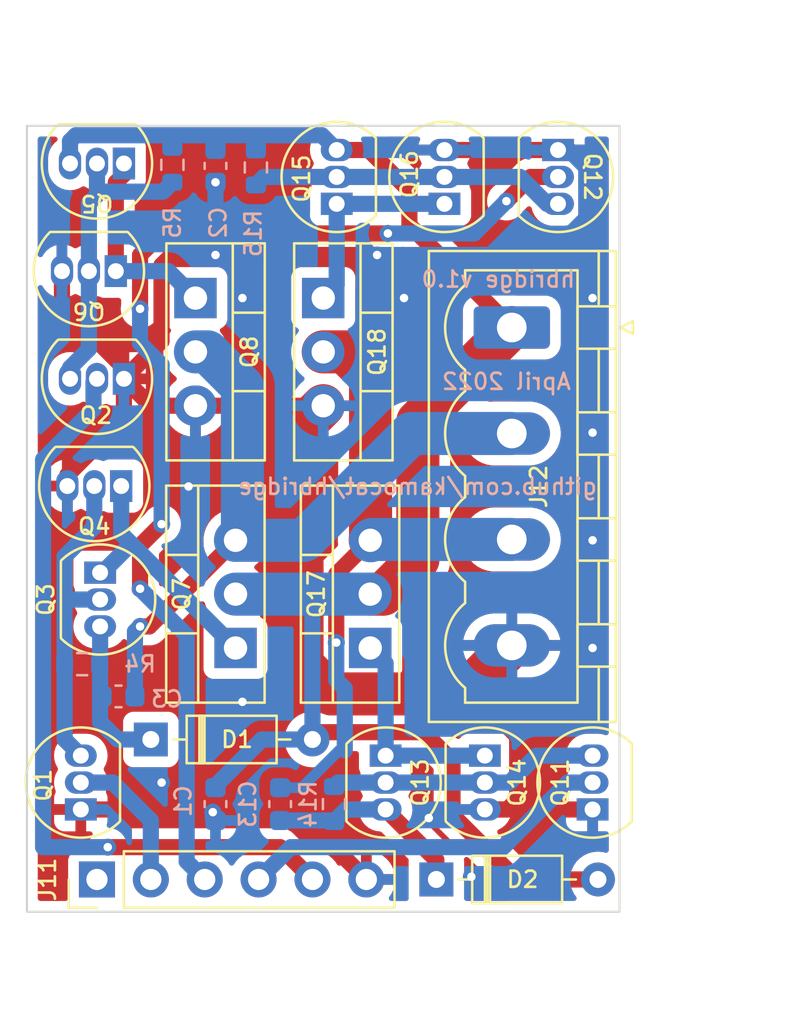
<source format=kicad_pcb>
(kicad_pcb (version 20211014) (generator pcbnew)
  (layers (0 "F.Cu" signal) (31 "B.Cu" signal) (34 "B.Paste" user) (35 "F.Paste" user) (36 "B.SilkS" user "B.Silkscreen") (37 "F.SilkS" user "F.Silkscreen") (38 "B.Mask" user) (39 "F.Mask" user) (44 "Edge.Cuts" user))
  (net 0 "")
  (net 1 "+12V")
  (net 2 "GND")
  (net 3 "/OUT1")
  (net 4 "+5V")
  (net 5 "/OUT2")
  (net 6 "/H1")
  (net 7 "Net-(Q2-Pad3)")
  (net 8 "/L2")
  (net 9 "/H2")
  (net 10 "/L1")
  (net 11 "Net-(Q1-Pad3)")
  (net 12 "Net-(Q11-Pad3)")
  (net 13 "Net-(Q12-Pad3)")
  (net 14 "/boot1")
  (net 15 "/boot2")
  (net 16 "/drvH1")
  (net 17 "/drvL1")
  (net 18 "/drvH2")
  (net 19 "/drvL2")
  (footprint "Package_TO_SOT_THT:TO-220-3_Vertical" (layer "F.Cu") (at 115.245 80.01 90)
    (fp_text reference "Q7" (at 2.54 -2.54 90 unlocked) (layer "F.SilkS") (effects (font (size 0.762 0.762) (thickness 0.127))))
    (fp_text value "STP20NF06" hide)
    (fp_line (start -2.58 -1.76) (end 7.66 -1.76) (layer "F.SilkS") (width 0.12))
    (fp_line (start -2.58 -3.27) (end 7.66 -3.27) (layer "F.SilkS") (width 0.12))
    (fp_line (start -2.58 -3.27) (end -2.58 1.371) (layer "F.SilkS") (width 0.12))
    (fp_line (start -2.58 1.371) (end 7.66 1.371) (layer "F.SilkS") (width 0.12))
    (fp_line (start 7.66 -3.27) (end 7.66 1.371) (layer "F.SilkS") (width 0.12))
    (fp_line (start 0.69 -3.27) (end 0.69 -1.76) (layer "F.SilkS") (width 0.12))
    (fp_line (start 4.391 -3.27) (end 4.391 -1.76) (layer "F.SilkS") (width 0.12))
    (pad "1" thru_hole rect (at 0 0 90) (size 1.905 2) (drill 1.1) (layers *.Cu *.Mask) (net 16 "/drvH1"))
    (pad "2" thru_hole oval (at 2.54 0 90) (size 1.905 2) (drill 1.1) (layers *.Cu *.Mask) (net 1 "+12V"))
    (pad "3" thru_hole oval (at 5.08 0 90) (size 1.905 2) (drill 1.1) (layers *.Cu *.Mask) (net 3 "/OUT1"))
  )
  (footprint "Package_TO_SOT_THT:TO-92_Inline" (layer "F.Cu") (at 130.45 56.515 -90)
    (fp_text reference "Q12" (at 1.27 -1.63 -90 unlocked) (layer "F.SilkS") (effects (font (size 0.762 0.762) (thickness 0.127))))
    (fp_text value "2N7000")
    (fp_line (start -0.53 1.85) (end 3.07 1.85) (layer "F.SilkS") (width 0.12))
    (fp_arc (start -0.568478 1.838478) (mid -1.132087 -0.994977) (end 1.27 -2.6) (layer "F.SilkS") (width 0.12))
    (fp_arc (start 1.27 -2.6) (mid 3.672087 -0.994977) (end 3.108478 1.838478) (layer "F.SilkS") (width 0.12))
    (pad "1" thru_hole rect (at 0 0 270) (size 1.05 1.5) (drill 0.75) (layers *.Cu *.Mask) (net 2 "GND"))
    (pad "2" thru_hole oval (at 1.27 0 270) (size 1.05 1.5) (drill 0.75) (layers *.Cu *.Mask) (net 8 "/L2"))
    (pad "3" thru_hole oval (at 2.54 0 270) (size 1.05 1.5) (drill 0.75) (layers *.Cu *.Mask) (net 13 "Net-(Q12-Pad3)"))
  )
  (footprint "Package_TO_SOT_THT:TO-220-3_Vertical" (layer "F.Cu") (at 121.595 80.01 90)
    (fp_text reference "Q17" (at 2.54 -2.54 90 unlocked) (layer "F.SilkS") (effects (font (size 0.762 0.762) (thickness 0.127))))
    (fp_text value "STP20NF06")
    (fp_line (start -2.58 -3.27) (end 7.66 -3.27) (layer "F.SilkS") (width 0.12))
    (fp_line (start 4.391 -3.27) (end 4.391 -1.76) (layer "F.SilkS") (width 0.12))
    (fp_line (start 0.69 -3.27) (end 0.69 -1.76) (layer "F.SilkS") (width 0.12))
    (fp_line (start 7.66 -3.27) (end 7.66 1.371) (layer "F.SilkS") (width 0.12))
    (fp_line (start -2.58 1.371) (end 7.66 1.371) (layer "F.SilkS") (width 0.12))
    (fp_line (start -2.58 -3.27) (end -2.58 1.371) (layer "F.SilkS") (width 0.12))
    (fp_line (start -2.58 -1.76) (end 7.66 -1.76) (layer "F.SilkS") (width 0.12))
    (pad "1" thru_hole rect (at 0 0 90) (size 1.905 2) (drill 1.1) (layers *.Cu *.Mask) (net 18 "/drvH2"))
    (pad "2" thru_hole oval (at 2.54 0 90) (size 1.905 2) (drill 1.1) (layers *.Cu *.Mask) (net 1 "+12V"))
    (pad "3" thru_hole oval (at 5.08 0 90) (size 1.905 2) (drill 1.1) (layers *.Cu *.Mask) (net 5 "/OUT2"))
  )
  (footprint "Package_TO_SOT_THT:TO-92_Inline" (layer "F.Cu") (at 127 85.09 -90)
    (fp_text reference "Q14" (at 1.27 -1.524 90 unlocked) (layer "F.SilkS") (effects (font (size 0.762 0.762) (thickness 0.127))))
    (fp_text value "2N3906")
    (fp_line (start -0.53 1.85) (end 3.07 1.85) (layer "F.SilkS") (width 0.12))
    (fp_arc (start 1.27 -2.6) (mid 3.672087 -0.994977) (end 3.108478 1.838478) (layer "F.SilkS") (width 0.12))
    (fp_arc (start -0.568478 1.838478) (mid -1.132087 -0.994977) (end 1.27 -2.6) (layer "F.SilkS") (width 0.12))
    (pad "1" thru_hole rect (at 0 0 270) (size 1.05 1.5) (drill 0.75) (layers *.Cu *.Mask) (net 18 "/drvH2"))
    (pad "2" thru_hole oval (at 1.27 0 270) (size 1.05 1.5) (drill 0.75) (layers *.Cu *.Mask) (net 12 "Net-(Q11-Pad3)"))
    (pad "3" thru_hole oval (at 2.54 0 270) (size 1.05 1.5) (drill 0.75) (layers *.Cu *.Mask) (net 2 "GND"))
  )
  (footprint "Package_TO_SOT_THT:TO-92_Inline" (layer "F.Cu") (at 125.095 59.055 90)
    (fp_text reference "Q16" (at 1.397 -1.651 90 unlocked) (layer "F.SilkS") (effects (font (size 0.762 0.762) (thickness 0.127))))
    (fp_text value "2N3906")
    (fp_line (start -0.53 1.85) (end 3.07 1.85) (layer "F.SilkS") (width 0.12))
    (fp_arc (start 1.27 -2.6) (mid 3.672087 -0.994977) (end 3.108478 1.838478) (layer "F.SilkS") (width 0.12))
    (fp_arc (start -0.568478 1.838478) (mid -1.132087 -0.994977) (end 1.27 -2.6) (layer "F.SilkS") (width 0.12))
    (pad "1" thru_hole rect (at 0 0 90) (size 1.05 1.5) (drill 0.75) (layers *.Cu *.Mask) (net 19 "/drvL2"))
    (pad "2" thru_hole oval (at 1.27 0 90) (size 1.05 1.5) (drill 0.75) (layers *.Cu *.Mask) (net 13 "Net-(Q12-Pad3)"))
    (pad "3" thru_hole oval (at 2.54 0 90) (size 1.05 1.5) (drill 0.75) (layers *.Cu *.Mask) (net 2 "GND"))
  )
  (footprint "Connector_PinHeader_2.54mm:PinHeader_1x06_P2.54mm_Vertical" (layer "F.Cu") (at 108.712 90.932 90)
    (fp_text reference "J11" (at 0 -2.33 90 unlocked) (layer "F.SilkS") (effects (font (size 0.762 0.762) (thickness 0.127))))
    (fp_text value "Conn_01x06_Male")
    (fp_line (start -1.33 1.27) (end 1.33 1.27) (layer "F.SilkS") (width 0.12))
    (fp_line (start -1.33 0) (end -1.33 -1.33) (layer "F.SilkS") (width 0.12))
    (fp_line (start 1.33 1.27) (end 1.33 14.03) (layer "F.SilkS") (width 0.12))
    (fp_line (start -1.33 -1.33) (end 0 -1.33) (layer "F.SilkS") (width 0.12))
    (fp_line (start -1.33 1.27) (end -1.33 14.03) (layer "F.SilkS") (width 0.12))
    (fp_line (start -1.33 14.03) (end 1.33 14.03) (layer "F.SilkS") (width 0.12))
    (pad "1" thru_hole rect (at 0 0 90) (size 1.7 1.7) (drill 1) (layers *.Cu *.Mask) (net 4 "+5V"))
    (pad "2" thru_hole oval (at 0 2.54 90) (size 1.7 1.7) (drill 1) (layers *.Cu *.Mask) (net 6 "/H1"))
    (pad "3" thru_hole oval (at 0 5.08 90) (size 1.7 1.7) (drill 1) (layers *.Cu *.Mask) (net 8 "/L2"))
    (pad "4" thru_hole oval (at 0 7.62 90) (size 1.7 1.7) (drill 1) (layers *.Cu *.Mask) (net 9 "/H2"))
    (pad "5" thru_hole oval (at 0 10.16 90) (size 1.7 1.7) (drill 1) (layers *.Cu *.Mask) (net 10 "/L1"))
    (pad "6" thru_hole oval (at 0 12.7 90) (size 1.7 1.7) (drill 1) (layers *.Cu *.Mask) (net 2 "GND"))
  )
  (footprint "Package_TO_SOT_THT:TO-92_Inline" (layer "F.Cu") (at 132.08 87.63 90)
    (fp_text reference "Q11" (at 1.27 -1.524 90 unlocked) (layer "F.SilkS") (effects (font (size 0.762 0.762) (thickness 0.127))))
    (fp_text value "2N7000")
    (fp_line (start -0.53 1.85) (end 3.07 1.85) (layer "F.SilkS") (width 0.12))
    (fp_arc (start -0.568478 1.838478) (mid -1.132087 -0.994977) (end 1.27 -2.6) (layer "F.SilkS") (width 0.12))
    (fp_arc (start 1.27 -2.6) (mid 3.672087 -0.994977) (end 3.108478 1.838478) (layer "F.SilkS") (width 0.12))
    (pad "1" thru_hole rect (at 0 0 90) (size 1.05 1.5) (drill 0.75) (layers *.Cu *.Mask) (net 2 "GND"))
    (pad "2" thru_hole oval (at 1.27 0 90) (size 1.05 1.5) (drill 0.75) (layers *.Cu *.Mask) (net 9 "/H2"))
    (pad "3" thru_hole oval (at 2.54 0 90) (size 1.05 1.5) (drill 0.75) (layers *.Cu *.Mask) (net 12 "Net-(Q11-Pad3)"))
  )
  (footprint "Package_TO_SOT_THT:TO-92_Inline" (layer "F.Cu") (at 122.322 85.09 -90)
    (fp_text reference "Q13" (at 1.27 -1.63 90 unlocked) (layer "F.SilkS") (effects (font (size 0.762 0.762) (thickness 0.127))))
    (fp_text value "2N3904")
    (fp_line (start -0.53 1.85) (end 3.07 1.85) (layer "F.SilkS") (width 0.12))
    (fp_arc (start 1.27 -2.6) (mid 3.672087 -0.994977) (end 3.108478 1.838478) (layer "F.SilkS") (width 0.12))
    (fp_arc (start -0.568478 1.838478) (mid -1.132087 -0.994977) (end 1.27 -2.6) (layer "F.SilkS") (width 0.12))
    (pad "1" thru_hole rect (at 0 0 270) (size 1.05 1.5) (drill 0.75) (layers *.Cu *.Mask) (net 18 "/drvH2"))
    (pad "2" thru_hole oval (at 1.27 0 270) (size 1.05 1.5) (drill 0.75) (layers *.Cu *.Mask) (net 12 "Net-(Q11-Pad3)"))
    (pad "3" thru_hole oval (at 2.54 0 270) (size 1.05 1.5) (drill 0.75) (layers *.Cu *.Mask) (net 15 "/boot2"))
  )
  (footprint "Diode_THT:D_DO-35_SOD27_P7.62mm_Horizontal" (layer "F.Cu") (at 111.252 84.328)
    (fp_text reference "D1" (at 4.064 0 unlocked) (layer "F.SilkS") (effects (font (size 0.762 0.762) (thickness 0.127))))
    (fp_text value "1N4148")
    (fp_line (start 5.93 -1.12) (end 1.69 -1.12) (layer "F.SilkS") (width 0.12))
    (fp_line (start 2.53 -1.12) (end 2.53 1.12) (layer "F.SilkS") (width 0.12))
    (fp_line (start 2.29 -1.12) (end 2.29 1.12) (layer "F.SilkS") (width 0.12))
    (fp_line (start 6.58 0) (end 5.93 0) (layer "F.SilkS") (width 0.12))
    (fp_line (start 2.41 -1.12) (end 2.41 1.12) (layer "F.SilkS") (width 0.12))
    (fp_line (start 1.04 0) (end 1.69 0) (layer "F.SilkS") (width 0.12))
    (fp_line (start 5.93 1.12) (end 5.93 -1.12) (layer "F.SilkS") (width 0.12))
    (fp_line (start 1.69 -1.12) (end 1.69 1.12) (layer "F.SilkS") (width 0.12))
    (fp_line (start 1.69 1.12) (end 5.93 1.12) (layer "F.SilkS") (width 0.12))
    (pad "1" thru_hole rect (at 0 0) (size 1.6 1.6) (drill 0.8) (layers *.Cu *.Mask) (net 14 "/boot1"))
    (pad "2" thru_hole oval (at 7.62 0) (size 1.6 1.6) (drill 0.8) (layers *.Cu *.Mask) (net 1 "+12V"))
  )
  (footprint "Package_TO_SOT_THT:TO-92_Inline" (layer "F.Cu") (at 107.95 87.63 90)
    (fp_text reference "Q1" (at 1.143 -1.778 90 unlocked) (layer "F.SilkS") (effects (font (size 0.762 0.762) (thickness 0.127))))
    (fp_text value "2N7000")
    (fp_line (start -0.53 1.85) (end 3.07 1.85) (layer "F.SilkS") (width 0.12))
    (fp_arc (start 1.27 -2.6) (mid 3.672087 -0.994977) (end 3.108478 1.838478) (layer "F.SilkS") (width 0.12))
    (fp_arc (start -0.568478 1.838478) (mid -1.132087 -0.994977) (end 1.27 -2.6) (layer "F.SilkS") (width 0.12))
    (pad "1" thru_hole rect (at 0 0 90) (size 1.05 1.5) (drill 0.75) (layers *.Cu *.Mask) (net 2 "GND"))
    (pad "2" thru_hole oval (at 1.27 0 90) (size 1.05 1.5) (drill 0.75) (layers *.Cu *.Mask) (net 6 "/H1"))
    (pad "3" thru_hole oval (at 2.54 0 90) (size 1.05 1.5) (drill 0.75) (layers *.Cu *.Mask) (net 11 "Net-(Q1-Pad3)"))
  )
  (footprint "Package_TO_SOT_THT:TO-92_Inline" (layer "F.Cu") (at 109.982 57.15 180)
    (fp_text reference "Q5" (at 1.27 -1.884 180 unlocked) (layer "F.SilkS") (effects (font (size 0.762 0.762) (thickness 0.127))))
    (fp_text value "2N3904")
    (fp_line (start -0.53 1.85) (end 3.07 1.85) (layer "F.SilkS") (width 0.12))
    (fp_arc (start 1.27 -2.6) (mid 3.672087 -0.994977) (end 3.108478 1.838478) (layer "F.SilkS") (width 0.12))
    (fp_arc (start -0.568478 1.838478) (mid -1.132087 -0.994977) (end 1.27 -2.6) (layer "F.SilkS") (width 0.12))
    (pad "1" thru_hole rect (at 0 0 180) (size 1.05 1.5) (drill 0.75) (layers *.Cu *.Mask) (net 17 "/drvL1"))
    (pad "2" thru_hole oval (at 1.27 0 180) (size 1.05 1.5) (drill 0.75) (layers *.Cu *.Mask) (net 7 "Net-(Q2-Pad3)"))
    (pad "3" thru_hole oval (at 2.54 0 180) (size 1.05 1.5) (drill 0.75) (layers *.Cu *.Mask) (net 1 "+12V"))
  )
  (footprint "Package_TO_SOT_THT:TO-92_Inline" (layer "F.Cu") (at 108.86 76.454 -90)
    (fp_text reference "Q3" (at 1.27 2.561 90 unlocked) (layer "F.SilkS") (effects (font (size 0.762 0.762) (thickness 0.127))))
    (fp_text value "2N3904")
    (fp_line (start -0.53 1.85) (end 3.07 1.85) (layer "F.SilkS") (width 0.12))
    (fp_arc (start 1.27 -2.6) (mid 3.672087 -0.994977) (end 3.108478 1.838478) (layer "F.SilkS") (width 0.12))
    (fp_arc (start -0.568478 1.838478) (mid -1.132087 -0.994977) (end 1.27 -2.6) (layer "F.SilkS") (width 0.12))
    (pad "1" thru_hole rect (at 0 0 270) (size 1.05 1.5) (drill 0.75) (layers *.Cu *.Mask) (net 16 "/drvH1"))
    (pad "2" thru_hole oval (at 1.27 0 270) (size 1.05 1.5) (drill 0.75) (layers *.Cu *.Mask) (net 11 "Net-(Q1-Pad3)"))
    (pad "3" thru_hole oval (at 2.54 0 270) (size 1.05 1.5) (drill 0.75) (layers *.Cu *.Mask) (net 14 "/boot1"))
  )
  (footprint "Connector_Phoenix_MSTB:PhoenixContact_MSTBVA_2,5_4-G_1x04_P5.00mm_Vertical" (layer "F.Cu") (at 128.27 64.89 -90)
    (fp_text reference "J12" (at 7.5 -1.27 90 unlocked) (layer "F.SilkS") (effects (font (size 0.762 0.762) (thickness 0.127))))
    (fp_text value "Screw_Terminal_01x04")
    (fp_line (start 7 2.2) (end 8 2.2) (layer "F.SilkS") (width 0.12))
    (fp_line (start 11 -4.1) (end 14 -4.1) (layer "F.SilkS") (width 0.12))
    (fp_line (start 6 -4.91) (end 6 -3.1) (layer "F.SilkS") (width 0.12))
    (fp_line (start -1 -4.91) (end 1 -4.91) (layer "F.SilkS") (width 0.12))
    (fp_line (start 1 -4.91) (end 1 -3.1) (layer "F.SilkS") (width 0.12))
    (fp_line (start 18.61 -4.91) (end -3.61 -4.91) (layer "F.SilkS") (width 0.12))
    (fp_line (start 18.61 3.91) (end 18.61 -4.91) (layer "F.SilkS") (width 0.12))
    (fp_line (start 11 -3.1) (end 9 -3.1) (layer "F.SilkS") (width 0.12))
    (fp_line (start -3.61 -4.1) (end -1.11 -4.1) (layer "F.SilkS") (width 0.12))
    (fp_line (start 18.61 -4.1) (end 16.11 -4.1) (layer "F.SilkS") (width 0.12))
    (fp_line (start 1 -3.1) (end -1 -3.1) (layer "F.SilkS") (width 0.12))
    (fp_line (start 6 -4.1) (end 9 -4.1) (layer "F.SilkS") (width 0.12))
    (fp_line (start -2.7 -3.1) (end 17.7 -3.1) (layer "F.SilkS") (width 0.12))
    (fp_line (start 12 2.2) (end 13 2.2) (layer "F.SilkS") (width 0.12))
    (fp_line (start 14 -4.91) (end 16 -4.91) (layer "F.SilkS") (width 0.12))
    (fp_line (start 1 -4.1) (end 4 -4.1) (layer "F.SilkS") (width 0.12))
    (fp_line (start 14 -3.1) (end 14 -4.91) (layer "F.SilkS") (width 0.12))
    (fp_line (start 16 -3.1) (end 14 -3.1) (layer "F.SilkS") (width 0.12))
    (fp_line (start -0.3 -5.71) (end 0.3 -5.71) (layer "F.SilkS") (width 0.12))
    (fp_line (start -1 -3.1) (end -1 -4.91) (layer "F.SilkS") (width 0.12))
    (fp_line (start 2 2.2) (end 3 2.2) (layer "F.SilkS") (width 0.12))
    (fp_line (start -2.7 2.2) (end -2.7 -3.1) (layer "F.SilkS") (width 0.12))
    (fp_line (start 4 -4.91) (end 6 -4.91) (layer "F.SilkS") (width 0.12))
    (fp_line (start 4 -3.1) (end 4 -4.91) (layer "F.SilkS") (width 0.12))
    (fp_line (start 0.3 -5.71) (end 0 -5.11) (layer "F.SilkS") (width 0.12))
    (fp_line (start -3.61 -4.91) (end -3.61 3.91) (layer "F.SilkS") (width 0.12))
    (fp_line (start 9 -3.1) (end 9 -4.91) (layer "F.SilkS") (width 0.12))
    (fp_line (start 16 -4.91) (end 16 -3.1) (layer "F.SilkS") (width 0.12))
    (fp_line (start -3.61 3.91) (end 18.61 3.91) (layer "F.SilkS") (width 0.12))
    (fp_line (start 17.7 -3.1) (end 17.7 2.2) (layer "F.SilkS") (width 0.12))
    (fp_line (start 11 -4.91) (end 11 -3.1) (layer "F.SilkS") (width 0.12))
    (fp_line (start -2 2.2) (end -2.7 2.2) (layer "F.SilkS") (width 0.12))
    (fp_line (start 6 -3.1) (end 4 -3.1) (layer "F.SilkS") (width 0.12))
    (fp_line (start 17.7 2.2) (end 17 2.2) (layer "F.SilkS") (width 0.12))
    (fp_line (start 0 -5.11) (end -0.3 -5.71) (layer "F.SilkS") (width 0.12))
    (fp_line (start 9 -4.91) (end 11 -4.91) (layer "F.SilkS") (width 0.12))
    (fp_arc (start 1.986842 2.215821) (mid -0.010289 3.142758) (end -2 2.2) (layer "F.SilkS") (width 0.12))
    (fp_arc (start 6.986842 2.215821) (mid 4.989711 3.142758) (end 3 2.2) (layer "F.SilkS") (width 0.12))
    (fp_arc (start 16.986842 2.215821) (mid 14.989711 3.142758) (end 13 2.2) (layer "F.SilkS") (width 0.12))
    (fp_arc (start 11.986842 2.215821) (mid 9.989711 3.142758) (end 8 2.2) (layer "F.SilkS") (width 0.12))
    (pad "1" thru_hole roundrect (at 0 0 270) (size 2 3.6) (drill 1.4) (layers *.Cu *.Mask) (roundrect_rratio 0.125) (net 1 "+12V"))
    (pad "2" thru_hole oval (at 5 0 270) (size 2 3.6) (drill 1.4) (layers *.Cu *.Mask) (net 3 "/OUT1"))
    (pad "3" thru_hole oval (at 10 0 270) (size 2 3.6) (drill 1.4) (layers *.Cu *.Mask) (net 5 "/OUT2"))
    (pad "4" thru_hole oval (at 15 0 270) (size 2 3.6) (drill 1.4) (layers *.Cu *.Mask) (net 2 "GND"))
  )
  (footprint "Package_TO_SOT_THT:TO-92_Inline" (layer "F.Cu") (at 120.015 59.055 90)
    (fp_text reference "Q15" (at 1.1938 -1.651 90 unlocked) (layer "F.SilkS") (effects (font (size 0.762 0.762) (thickness 0.127))))
    (fp_text value "2N3904")
    (fp_line (start -0.53 1.85) (end 3.07 1.85) (layer "F.SilkS") (width 0.12))
    (fp_arc (start 1.27 -2.6) (mid 3.672087 -0.994977) (end 3.108478 1.838478) (layer "F.SilkS") (width 0.12))
    (fp_arc (start -0.568478 1.838478) (mid -1.132087 -0.994977) (end 1.27 -2.6) (layer "F.SilkS") (width 0.12))
    (pad "1" thru_hole rect (at 0 0 90) (size 1.05 1.5) (drill 0.75) (layers *.Cu *.Mask) (net 19 "/drvL2"))
    (pad "2" thru_hole oval (at 1.27 0 90) (size 1.05 1.5) (drill 0.75) (layers *.Cu *.Mask) (net 13 "Net-(Q12-Pad3)"))
    (pad "3" thru_hole oval (at 2.54 0 90) (size 1.05 1.5) (drill 0.75) (layers *.Cu *.Mask) (net 1 "+12V"))
  )
  (footprint "Diode_THT:D_DO-35_SOD27_P7.62mm_Horizontal" (layer "F.Cu") (at 124.714 90.932)
    (fp_text reference "D2" (at 4.064 0 unlocked) (layer "F.SilkS") (effects (font (size 0.762 0.762) (thickness 0.127))))
    (fp_text value "1N4148")
    (fp_line (start 2.29 -1.12) (end 2.29 1.12) (layer "F.SilkS") (width 0.12))
    (fp_line (start 1.04 0) (end 1.69 0) (layer "F.SilkS") (width 0.12))
    (fp_line (start 2.41 -1.12) (end 2.41 1.12) (layer "F.SilkS") (width 0.12))
    (fp_line (start 5.93 -1.12) (end 1.69 -1.12) (layer "F.SilkS") (width 0.12))
    (fp_line (start 2.53 -1.12) (end 2.53 1.12) (layer "F.SilkS") (width 0.12))
    (fp_line (start 6.58 0) (end 5.93 0) (layer "F.SilkS") (width 0.12))
    (fp_line (start 5.93 1.12) (end 5.93 -1.12) (layer "F.SilkS") (width 0.12))
    (fp_line (start 1.69 1.12) (end 5.93 1.12) (layer "F.SilkS") (width 0.12))
    (fp_line (start 1.69 -1.12) (end 1.69 1.12) (layer "F.SilkS") (width 0.12))
    (pad "1" thru_hole rect (at 0 0) (size 1.6 1.6) (drill 0.8) (layers *.Cu *.Mask) (net 15 "/boot2"))
    (pad "2" thru_hole oval (at 7.62 0) (size 1.6 1.6) (drill 0.8) (layers *.Cu *.Mask) (net 1 "+12V"))
  )
  (footprint "Package_TO_SOT_THT:TO-92_Inline" (layer "F.Cu") (at 109.601 62.23 180)
    (fp_text reference "Q6" (at 1.27 -1.884 180 unlocked) (layer "F.SilkS") (effects (font (size 0.762 0.762) (thickness 0.127))))
    (fp_text value "2N3906")
    (fp_line (start -0.53 1.85) (end 3.07 1.85) (layer "F.SilkS") (width 0.12))
    (fp_arc (start -0.568478 1.838478) (mid -1.132087 -0.994977) (end 1.27 -2.6) (layer "F.SilkS") (width 0.12))
    (fp_arc (start 1.27 -2.6) (mid 3.672087 -0.994977) (end 3.108478 1.838478) (layer "F.SilkS") (width 0.12))
    (pad "1" thru_hole rect (at 0 0 180) (size 1.05 1.5) (drill 0.75) (layers *.Cu *.Mask) (net 17 "/drvL1"))
    (pad "2" thru_hole oval (at 1.27 0 180) (size 1.05 1.5) (drill 0.75) (layers *.Cu *.Mask) (net 7 "Net-(Q2-Pad3)"))
    (pad "3" thru_hole oval (at 2.54 0 180) (size 1.05 1.5) (drill 0.75) (layers *.Cu *.Mask) (net 2 "GND"))
  )
  (footprint "Package_TO_SOT_THT:TO-92_Inline" (layer "F.Cu") (at 109.855 72.369 180)
    (fp_text reference "Q4" (at 1.27 -1.905 unlocked) (layer "F.SilkS") (effects (font (size 0.762 0.762) (thickness 0.127))))
    (fp_text value "2N3906")
    (fp_line (start -0.53 1.85) (end 3.07 1.85) (layer "F.SilkS") (width 0.12))
    (fp_arc (start 1.27 -2.6) (mid 3.672087 -0.994977) (end 3.108478 1.838478) (layer "F.SilkS") (width 0.12))
    (fp_arc (start -0.568478 1.838478) (mid -1.132087 -0.994977) (end 1.27 -2.6) (layer "F.SilkS") (width 0.12))
    (pad "1" thru_hole rect (at 0 0 180) (size 1.05 1.5) (drill 0.75) (layers *.Cu *.Mask) (net 16 "/drvH1"))
    (pad "2" thru_hole oval (at 1.27 0 180) (size 1.05 1.5) (drill 0.75) (layers *.Cu *.Mask) (net 11 "Net-(Q1-Pad3)"))
    (pad "3" thru_hole oval (at 2.54 0 180) (size 1.05 1.5) (drill 0.75) (layers *.Cu *.Mask) (net 2 "GND"))
  )
  (footprint "Package_TO_SOT_THT:TO-92_Inline" (layer "F.Cu") (at 109.982 67.31 180)
    (fp_text reference "Q2" (at 1.3208 -1.7272 unlocked) (layer "F.SilkS") (effects (font (size 0.762 0.762) (thickness 0.127))))
    (fp_text value "2N7000")
    (fp_line (start -0.53 1.85) (end 3.07 1.85) (layer "F.SilkS") (width 0.12))
    (fp_arc (start 1.27 -2.6) (mid 3.672087 -0.994977) (end 3.108478 1.838478) (layer "F.SilkS") (width 0.12))
    (fp_arc (start -0.568478 1.838478) (mid -1.132087 -0.994977) (end 1.27 -2.6) (layer "F.SilkS") (width 0.12))
    (pad "1" thru_hole rect (at 0 0 180) (size 1.05 1.5) (drill 0.75) (layers *.Cu *.Mask) (net 2 "GND"))
    (pad "2" thru_hole oval (at 1.27 0 180) (size 1.05 1.5) (drill 0.75) (layers *.Cu *.Mask) (net 10 "/L1"))
    (pad "3" thru_hole oval (at 2.54 0 180) (size 1.05 1.5) (drill 0.75) (layers *.Cu *.Mask) (net 7 "Net-(Q2-Pad3)"))
  )
  (footprint "Package_TO_SOT_THT:TO-220-3_Vertical" (layer "F.Cu") (at 119.38 63.5 -90)
    (fp_text reference "Q18" (at 2.54 -2.54 90 unlocked) (layer "F.SilkS") (effects (font (size 0.762 0.762) (thickness 0.127))))
    (fp_text value "STP20NF06")
    (fp_line (start 4.391 -3.27) (end 4.391 -1.76) (layer "F.SilkS") (width 0.12))
    (fp_line (start -2.58 1.371) (end 7.66 1.371) (layer "F.SilkS") (width 0.12))
    (fp_line (start 0.69 -3.27) (end 0.69 -1.76) (layer "F.SilkS") (width 0.12))
    (fp_line (start -2.58 -3.27) (end -2.58 1.371) (layer "F.SilkS") (width 0.12))
    (fp_line (start -2.58 -1.76) (end 7.66 -1.76) (layer "F.SilkS") (width 0.12))
    (fp_line (start 7.66 -3.27) (end 7.66 1.371) (layer "F.SilkS") (width 0.12))
    (fp_line (start -2.58 -3.27) (end 7.66 -3.27) (layer "F.SilkS") (width 0.12))
    (pad "1" thru_hole rect (at 0 0 270) (size 1.905 2) (drill 1.1) (layers *.Cu *.Mask) (net 19 "/drvL2"))
    (pad "2" thru_hole oval (at 2.54 0 270) (size 1.905 2) (drill 1.1) (layers *.Cu *.Mask) (net 5 "/OUT2"))
    (pad "3" thru_hole oval (at 5.08 0 270) (size 1.905 2) (drill 1.1) (layers *.Cu *.Mask) (net 2 "GND"))
  )
  (footprint "Package_TO_SOT_THT:TO-220-3_Vertical" (layer "F.Cu") (at 113.355 63.5 -90)
    (fp_text reference "Q8" (at 2.54 -2.54 90 unlocked) (layer "F.SilkS") (effects (font (size 0.762 0.762) (thickness 0.127))))
    (fp_text value "STP20NF06" hide)
    (fp_line (start 7.66 -3.27) (end 7.66 1.371) (layer "F.SilkS") (width 0.12))
    (fp_line (start -2.58 1.371) (end 7.66 1.371) (layer "F.SilkS") (width 0.12))
    (fp_line (start 0.69 -3.27) (end 0.69 -1.76) (layer "F.SilkS") (width 0.12))
    (fp_line (start -2.58 -3.27) (end 7.66 -3.27) (layer "F.SilkS") (width 0.12))
    (fp_line (start 4.391 -3.27) (end 4.391 -1.76) (layer "F.SilkS") (width 0.12))
    (fp_line (start -2.58 -1.76) (end 7.66 -1.76) (layer "F.SilkS") (width 0.12))
    (fp_line (start -2.58 -3.27) (end -2.58 1.371) (layer "F.SilkS") (width 0.12))
    (pad "1" thru_hole rect (at 0 0 270) (size 1.905 2) (drill 1.1) (layers *.Cu *.Mask) (net 17 "/drvL1"))
    (pad "2" thru_hole oval (at 2.54 0 270) (size 1.905 2) (drill 1.1) (layers *.Cu *.Mask) (net 3 "/OUT1"))
    (pad "3" thru_hole oval (at 5.08 0 270) (size 1.905 2) (drill 1.1) (layers *.Cu *.Mask) (net 2 "GND"))
  )
  (footprint "Capacitor_SMD:C_0603_1608Metric" (layer "B.Cu") (at 114.3 57.263 -90)
    (fp_text reference "C2" (at 2.681 -0.127 90 unlocked) (layer "B.SilkS") (effects (font (size 0.762 0.762) (thickness 0.127)) (justify mirror)))
    (fp_text value "1u")
    (fp_line (start -0.14058 0.51) (end 0.14058 0.51) (layer "B.SilkS") (width 0.12))
    (fp_line (start -0.14058 -0.51) (end 0.14058 -0.51) (layer "B.SilkS") (width 0.12))
    (pad "1" smd roundrect (at -0.775 0 270) (size 0.9 0.95) (layers "B.Cu" "B.Paste" "B.Mask") (net 1 "+12V"))
    (pad "2" smd roundrect (at 0.775 0 270) (size 0.9 0.95) (layers "B.Cu" "B.Paste" "B.Mask") (net 2 "GND"))
  )
  (footprint "Capacitor_SMD:C_0603_1608Metric" (layer "B.Cu") (at 117.348 87.376 90)
    (fp_text reference "C13" (at 0 -1.524 90 unlocked) (layer "B.SilkS") (effects (font (size 0.762 0.762) (thickness 0.127)) (justify mirror)))
    (fp_text value "1u")
    (fp_line (start -0.14058 -0.51) (end 0.14058 -0.51) (layer "B.SilkS") (width 0.12))
    (fp_line (start -0.14058 0.51) (end 0.14058 0.51) (layer "B.SilkS") (width 0.12))
    (pad "1" smd roundrect (at -0.775 0 90) (size 0.9 0.95) (layers "B.Cu" "B.Paste" "B.Mask") (net 15 "/boot2"))
    (pad "2" smd roundrect (at 0.775 0 90) (size 0.9 0.95) (layers "B.Cu" "B.Paste" "B.Mask") (net 5 "/OUT2"))
  )
  (footprint "Resistor_SMD:R_0603_1608Metric" (layer "B.Cu") (at 112.268 57.213 -90)
    (fp_text reference "R5" (at 2.731 0 90 unlocked) (layer "B.SilkS") (effects (font (size 0.762 0.762) (thickness 0.127)) (justify mirror)))
    (fp_text value "10k")
    (fp_line (start -0.237258 0.5225) (end 0.237258 0.5225) (layer "B.SilkS") (width 0.12))
    (fp_line (start -0.237258 -0.5225) (end 0.237258 -0.5225) (layer "B.SilkS") (width 0.12))
    (pad "1" smd roundrect (at -0.825 0 270) (size 0.8 0.95) (layers "B.Cu" "B.Paste" "B.Mask") (net 1 "+12V"))
    (pad "2" smd roundrect (at 0.825 0 270) (size 0.8 0.95) (layers "B.Cu" "B.Paste" "B.Mask") (net 7 "Net-(Q2-Pad3)"))
  )
  (footprint "Resistor_SMD:R_0603_1608Metric" (layer "B.Cu") (at 108.013 80.772 180)
    (fp_text reference "R4" (at -2.731 0 unlocked) (layer "B.SilkS") (effects (font (size 0.762 0.762) (thickness 0.127)) (justify mirror)))
    (fp_text value "10k")
    (fp_line (start -0.237258 0.5225) (end 0.237258 0.5225) (layer "B.SilkS") (width 0.12))
    (fp_line (start -0.237258 -0.5225) (end 0.237258 -0.5225) (layer "B.SilkS") (width 0.12))
    (pad "1" smd roundrect (at -0.825 0 180) (size 0.8 0.95) (layers "B.Cu" "B.Paste" "B.Mask") (net 14 "/boot1"))
    (pad "2" smd roundrect (at 0.825 0 180) (size 0.8 0.95) (layers "B.Cu" "B.Paste" "B.Mask") (net 11 "Net-(Q1-Pad3)"))
  )
  (footprint "Capacitor_SMD:C_0603_1608Metric" (layer "B.Cu") (at 114.3 87.376 -90)
    (fp_text reference "C1" (at -0.14058 1.524 90 unlocked) (layer "B.SilkS") (effects (font (size 0.762 0.762) (thickness 0.127)) (justify mirror)))
    (fp_text value "1u")
    (fp_line (start -0.14058 0.51) (end 0.14058 0.51) (layer "B.SilkS") (width 0.12))
    (fp_line (start -0.14058 -0.51) (end 0.14058 -0.51) (layer "B.SilkS") (width 0.12))
    (pad "1" smd roundrect (at -0.775 0 270) (size 0.9 0.95) (layers "B.Cu" "B.Paste" "B.Mask") (net 1 "+12V"))
    (pad "2" smd roundrect (at 0.775 0 270) (size 0.9 0.95) (layers "B.Cu" "B.Paste" "B.Mask") (net 2 "GND"))
  )
  (footprint "Resistor_SMD:R_0603_1608Metric" (layer "B.Cu") (at 119.888 87.376 90)
    (fp_text reference "R14" (at 0 -1.2192 90 unlocked) (layer "B.SilkS") (effects (font (size 0.762 0.762) (thickness 0.127)) (justify mirror)))
    (fp_text value "10k")
    (fp_line (start -0.237258 0.5225) (end 0.237258 0.5225) (layer "B.SilkS") (width 0.12))
    (fp_line (start -0.237258 -0.5225) (end 0.237258 -0.5225) (layer "B.SilkS") (width 0.12))
    (pad "1" smd roundrect (at -0.825 0 90) (size 0.8 0.95) (layers "B.Cu" "B.Paste" "B.Mask") (net 15 "/boot2"))
    (pad "2" smd roundrect (at 0.825 0 90) (size 0.8 0.95) (layers "B.Cu" "B.Paste" "B.Mask") (net 12 "Net-(Q11-Pad3)"))
  )
  (footprint "Capacitor_SMD:C_0603_1608Metric" (layer "B.Cu") (at 109.728 82.296)
    (fp_text reference "C3" (at 2.286 0.127 unlocked) (layer "B.SilkS") (effects (font (size 0.762 0.762) (thickness 0.127)) (justify mirror)))
    (fp_text value "1u")
    (fp_line (start -0.14058 -0.51) (end 0.14058 -0.51) (layer "B.SilkS") (width 0.12))
    (fp_line (start -0.14058 0.51) (end 0.14058 0.51) (layer "B.SilkS") (width 0.12))
    (pad "1" smd roundrect (at -0.775 0) (size 0.9 0.95) (layers "B.Cu" "B.Paste" "B.Mask") (net 14 "/boot1"))
    (pad "2" smd roundrect (at 0.775 0) (size 0.9 0.95) (layers "B.Cu" "B.Paste" "B.Mask") (net 3 "/OUT1"))
  )
  (footprint "Resistor_SMD:R_0603_1608Metric" (layer "B.Cu") (at 116.205 57.339 -90)
    (fp_text reference "R15" (at 3.113 0.127 90 unlocked) (layer "B.SilkS") (effects (font (size 0.762 0.762) (thickness 0.127)) (justify mirror)))
    (fp_text value "10k")
    (fp_line (start -0.237258 -0.5225) (end 0.237258 -0.5225) (layer "B.SilkS") (width 0.12))
    (fp_line (start -0.237258 0.5225) (end 0.237258 0.5225) (layer "B.SilkS") (width 0.12))
    (pad "1" smd roundrect (at -0.825 0 270) (size 0.8 0.95) (layers "B.Cu" "B.Paste" "B.Mask") (net 1 "+12V"))
    (pad "2" smd roundrect (at 0.825 0 270) (size 0.8 0.95) (layers "B.Cu" "B.Paste" "B.Mask") (net 13 "Net-(Q12-Pad3)"))
  )
  (gr_line (start 105.41 92.456) (end 105.41 55.372) (layer "Edge.Cuts") (width 0.1))
  (gr_line (start 133.35 92.456) (end 105.41 92.456) (layer "Edge.Cuts") (width 0.1))
  (gr_line (start 105.41 55.372) (end 133.35 55.372) (layer "Edge.Cuts") (width 0.1))
  (gr_line (start 133.35 55.372) (end 133.35 92.456) (layer "Edge.Cuts") (width 0.1))
  (gr_text "github.com/kamocat/hbridge" (at 123.825 72.39) (layer "B.SilkS") (effects (font (size 0.762 0.762) (thickness 0.127)) (justify mirror)))
  (gr_text "hbridge v1.0" (at 127.635 62.611) (layer "B.SilkS") (effects (font (size 0.762 0.762) (thickness 0.127)) (justify mirror)))
  (gr_text "April 2022" (at 128.016 67.437) (layer "B.SilkS") (effects (font (size 0.762 0.762) (thickness 0.127)) (justify mirror)))
  (segment (start 128.27 64.89) (end 123.843039 69.316961) (width 2.032) (layer "F.Cu") (net 1))
  (segment (start 121.527 56.515) (end 123.444 58.432) (width 0.762) (layer "F.Cu") (net 1))
  (segment (start 124.116489 83.984489) (end 125.476 85.344) (width 0.762) (layer "F.Cu") (net 1))
  (segment (start 125.476 85.344) (end 125.476 87.894441) (width 0.762) (layer "F.Cu") (net 1))
  (segment (start 119.215511 83.984489) (end 124.116489 83.984489) (width 0.762) (layer "F.Cu") (net 1))
  (segment (start 123.444 58.432) (end 123.444 60.064) (width 0.762) (layer "F.Cu") (net 1))
  (segment (start 123.444 60.064) (end 128.27 64.89) (width 0.762) (layer "F.Cu") (net 1))
  (segment (start 123.843039 69.316961) (end 123.843039 75.837806) (width 2.032) (layer "F.Cu") (net 1))
  (segment (start 118.872 84.328) (end 119.215511 83.984489) (width 0.762) (layer "F.Cu") (net 1))
  (segment (start 120.015 56.515) (end 121.527 56.515) (width 0.762) (layer "F.Cu") (net 1))
  (segment (start 122.210845 77.47) (end 121.595 77.47) (width 2.032) (layer "F.Cu") (net 1))
  (segment (start 123.843039 75.837806) (end 122.210845 77.47) (width 2.032) (layer "F.Cu") (net 1))
  (segment (start 128.513559 90.932) (end 132.334 90.932) (width 0.762) (layer "F.Cu") (net 1))
  (segment (start 125.476 87.894441) (end 128.513559 90.932) (width 0.762) (layer "F.Cu") (net 1))
  (segment (start 107.442 57.15) (end 107.442 56.088) (width 0.762) (layer "B.Cu") (net 1))
  (segment (start 119.319489 55.819489) (end 120.015 56.515) (width 0.762) (layer "B.Cu") (net 1))
  (segment (start 107.710511 55.819489) (end 119.319489 55.819489) (width 0.762) (layer "B.Cu") (net 1))
  (segment (start 118.618 77.47) (end 115.245 77.47) (width 2.032) (layer "B.Cu") (net 1))
  (segment (start 118.872 77.724) (end 118.618 77.47) (width 0.762) (layer "B.Cu") (net 1))
  (segment (start 118.872 84.328) (end 116.482823 84.328) (width 0.762) (layer "B.Cu") (net 1))
  (segment (start 114.3 86.510823) (end 114.3 86.601) (width 0.762) (layer "B.Cu") (net 1))
  (segment (start 116.482823 84.328) (end 114.3 86.510823) (width 0.762) (layer "B.Cu") (net 1))
  (segment (start 118.872 84.328) (end 118.872 77.724) (width 0.762) (layer "B.Cu") (net 1))
  (segment (start 121.595 77.47) (end 118.618 77.47) (width 2.032) (layer "B.Cu") (net 1))
  (segment (start 107.442 56.088) (end 107.710511 55.819489) (width 0.762) (layer "B.Cu") (net 1))
  (segment (start 111.252 68.58) (end 119.38 68.58) (width 0.762) (layer "F.Cu") (net 2))
  (segment (start 128.524 87.168) (end 128.524 84.177978) (width 0.762) (layer "F.Cu") (net 2))
  (segment (start 127 87.63) (end 128.062 87.63) (width 0.762) (layer "F.Cu") (net 2))
  (segment (start 128.062 87.63) (end 128.524 87.168) (width 0.762) (layer "F.Cu") (net 2))
  (segment (start 118.237 87.757) (end 114.173 87.757) (width 0.762) (layer "F.Cu") (net 2))
  (segment (start 111.755489 65.536511) (end 111.755489 61.947989) (width 0.762) (layer "F.Cu") (net 2))
  (segment (start 109.982 67.31) (end 109.982 69.183559) (width 0.762) (layer "F.Cu") (net 2))
  (segment (start 121.92 61.468) (end 114.3 61.468) (width 0.762) (layer "F.Cu") (net 2))
  (segment (start 109.982 67.31) (end 111.252 68.58) (width 0.762) (layer "F.Cu") (net 2))
  (segment (start 118.379997 69.580003) (end 119.38 68.58) (width 2.032) (layer "F.Cu") (net 2))
  (segment (start 107.95 87.63) (end 114.046 87.63) (width 0.762) (layer "F.Cu") (net 2))
  (segment (start 119.770011 82.178011) (end 118.379997 80.787997) (width 2.032) (layer "F.Cu") (net 2))
  (segment (start 128.27 79.89) (end 125.981989 82.178011) (width 2.032) (layer "F.Cu") (net 2))
  (segment (start 128.524 84.177978) (end 126.524033 82.178011) (width 0.762) (layer "F.Cu") (net 2))
  (segment (start 126.524033 82.178011) (end 125.981989 82.178011) (width 0.762) (layer "F.Cu") (net 2))
  (segment (start 127 87.63) (end 132.08 87.63) (width 0.762) (layer "F.Cu") (net 2))
  (segment (start 125.981989 82.178011) (end 119.770011 82.178011) (width 2.032) (layer "F.Cu") (net 2))
  (segment (start 107.061 62.23) (end 107.061 63.870559) (width 0.762) (layer "F.Cu") (net 2))
  (segment (start 125.095 56.515) (end 130.45 56.515) (width 0.762) (layer "F.Cu") (net 2))
  (segment (start 109.982 66.791559) (end 109.982 67.31) (width 0.762) (layer "F.Cu") (net 2))
  (segment (start 112.235478 61.468) (end 114.3 61.468) (width 0.762) (layer "F.Cu") (net 2))
  (segment (start 107.315 71.850559) (end 107.315 72.369) (width 0.762) (layer "F.Cu") (net 2))
  (segment (start 114.046 87.63) (end 114.173 87.757) (width 0.762) (layer "F.Cu") (net 2))
  (segment (start 121.412 90.932) (end 118.237 87.757) (width 0.762) (layer "F.Cu") (net 2))
  (segment (start 109.982 69.183559) (end 107.315 71.850559) (width 0.762) (layer "F.Cu") (net 2))
  (segment (start 111.755489 61.947989) (end 112.235478 61.468) (width 0.762) (layer "F.Cu") (net 2))
  (segment (start 118.379997 80.787997) (end 118.379997 69.580003) (width 2.032) (layer "F.Cu") (net 2))
  (segment (start 107.061 63.870559) (end 109.982 66.791559) (width 0.762) (layer "F.Cu") (net 2))
  (segment (start 109.982 67.31) (end 111.755489 65.536511) (width 0.762) (layer "F.Cu") (net 2))
  (via (at 124.3584 88.0364) (size 0.8) (drill 0.4) (layers "F.Cu" "B.Cu") (net 2))
  (via (at 115.57 63.5) (size 0.8) (drill 0.4) (layers "F.Cu" "B.Cu") (net 2))
  (via (at 114.3 58.038) (size 0.8) (drill 0.4) (layers "F.Cu" "B.Cu") (net 2))
  (via (at 114.173 87.757) (size 0.8) (drill 0.4) (layers "F.Cu" "B.Cu") (net 2))
  (via (at 115.57 82.55) (size 0.8) (drill 0.4) (layers "F.Cu" "B.Cu") (net 2))
  (via (at 113.03 72.39) (size 0.8) (drill 0.4) (layers "F.Cu" "B.Cu") (net 2))
  (via (at 111.76 86.36) (size 0.8) (drill 0.4) (layers "F.Cu" "B.Cu") (net 2))
  (via (at 121.92 61.468) (size 0.8) (drill 0.4) (layers "F.Cu" "B.Cu") (net 2))
  (via (at 123.19 63.5) (size 0.8) (drill 0.4) (layers "F.Cu" "B.Cu") (net 2))
  (via (at 132.08 80.01) (size 0.8) (drill 0.4) (layers "F.Cu" "B.Cu") (net 2))
  (via (at 126.365 90.805) (size 0.8) (drill 0.4) (layers "F.Cu" "B.Cu") (net 2))
  (via (at 132.08 69.85) (size 0.8) (drill 0.4) (layers "F.Cu" "B.Cu") (net 2))
  (via (at 132.08 63.5) (size 0.8) (drill 0.4) (layers "F.Cu" "B.Cu") (net 2))
  (via (at 132.08 74.93) (size 0.8) (drill 0.4) (layers "F.Cu" "B.Cu") (net 2))
  (via (at 114.3 61.468) (size 0.8) (drill 0.4) (layers "F.Cu" "B.Cu") (net 2))
  (segment (start 114.173 88.024) (end 114.173 87.757) (width 0.762) (layer "B.Cu") (net 2))
  (segment (start 131.78052 59.73548) (end 130.048 61.468) (width 0.762) (layer "B.Cu") (net 2))
  (segment (start 114.3 88.151) (end 114.173 88.024) (width 0.762) (layer "B.Cu") (net 2))
  (segment (start 114.3 58.038) (end 114.3 61.468) (width 0.762) (layer "B.Cu") (net 2))
  (segment (start 131.78052 57.327079) (end 131.78052 59.73548) (width 0.762) (layer "B.Cu") (net 2))
  (segment (start 130.048 61.468) (end 121.92 61.468) (width 0.762) (layer "B.Cu") (net 2))
  (segment (start 130.45 56.515) (end 130.968441 56.515) (width 0.762) (layer "B.Cu") (net 2))
  (segment (start 130.968441 56.515) (end 131.78052 57.327079) (width 0.762) (layer "B.Cu") (net 2))
  (segment (start 115.245 74.93) (end 111.181 78.994) (width 0.762) (layer "F.Cu") (net 3))
  (segment (start 111.181 78.994) (end 110.744 78.994) (width 0.762) (layer "F.Cu") (net 3))
  (via (at 110.744 78.994) (size 0.8) (drill 0.4) (layers "F.Cu" "B.Cu") (net 3))
  (segment (start 115.57052 74.60448) (end 115.57052 67.681977) (width 2.032) (layer "B.Cu") (net 3))
  (segment (start 128.27 69.89) (end 123.521457 69.89) (width 2.032) (layer "B.Cu") (net 3))
  (segment (start 115.245 74.93) (end 115.57052 74.60448) (width 2.032) (layer "B.Cu") (net 3))
  (segment (start 110.503 79.235) (end 110.744 78.994) (width 0.762) (layer "B.Cu") (net 3))
  (segment (start 110.503 82.296) (end 110.503 79.235) (width 0.762) (layer "B.Cu") (net 3))
  (segment (start 123.521457 69.89) (end 118.481457 74.93) (width 2.032) (layer "B.Cu") (net 3))
  (segment (start 113.928543 66.04) (end 113.355 66.04) (width 2.032) (layer "B.Cu") (net 3))
  (segment (start 118.481457 74.93) (end 115.245 74.93) (width 2.032) (layer "B.Cu") (net 3))
  (segment (start 115.57052 67.681977) (end 113.928543 66.04) (width 2.032) (layer "B.Cu") (net 3))
  (segment (start 120.396 66.04) (end 119.38 66.04) (width 2.032) (layer "F.Cu") (net 5))
  (segment (start 121.611519 74.913481) (end 121.611519 67.255519) (width 2.032) (layer "F.Cu") (net 5))
  (segment (start 121.595 74.93) (end 121.611519 74.913481) (width 2.032) (layer "F.Cu") (net 5))
  (segment (start 119.995498 79.756) (end 119.995498 76.529502) (width 0.762) (layer "F.Cu") (net 5))
  (segment (start 119.995498 76.529502) (end 121.595 74.93) (width 0.762) (layer "F.Cu") (net 5))
  (segment (start 121.611519 67.255519) (end 120.396 66.04) (width 2.032) (layer "F.Cu") (net 5))
  (via (at 119.995498 79.756) (size 0.8) (drill 0.4) (layers "F.Cu" "B.Cu") (net 5))
  (segment (start 120.136733 84.836) (end 120.396 84.836) (width 0.508) (layer "B.Cu") (net 5))
  (segment (start 117.348 86.601) (end 118.371733 86.601) (width 0.508) (layer "B.Cu") (net 5))
  (segment (start 128.27 74.89) (end 121.677303 74.89) (width 2.032) (layer "B.Cu") (net 5))
  (segment (start 120.396 81.924522) (end 119.995498 81.52402) (width 0.762) (layer "B.Cu") (net 5))
  (segment (start 118.371733 86.601) (end 120.136733 84.836) (width 0.508) (layer "B.Cu") (net 5))
  (segment (start 120.396 84.836) (end 120.396 81.924522) (width 0.762) (layer "B.Cu") (net 5))
  (segment (start 119.995498 81.52402) (end 119.995498 79.756) (width 0.762) (layer "B.Cu") (net 5))
  (segment (start 121.677303 74.89) (end 121.616151 74.951152) (width 2.032) (layer "B.Cu") (net 5))
  (segment (start 111.252 90.932) (end 111.252 88.15) (width 0.762) (layer "B.Cu") (net 6))
  (segment (start 109.462 86.36) (end 107.95 86.36) (width 0.762) (layer "B.Cu") (net 6))
  (segment (start 111.252 88.15) (end 109.462 86.36) (width 0.762) (layer "B.Cu") (net 6))
  (segment (start 108.876489 58.480511) (end 111.825489 58.480511) (width 0.762) (layer "B.Cu") (net 7))
  (segment (start 108.331 59.026) (end 108.876489 58.480511) (width 0.762) (layer "B.Cu") (net 7))
  (segment (start 111.825489 58.480511) (end 112.268 58.038) (width 0.762) (layer "B.Cu") (net 7))
  (segment (start 108.331 62.23) (end 108.331 65.902559) (width 0.762) (layer "B.Cu") (net 7))
  (segment (start 107.442 66.791559) (end 107.442 67.31) (width 0.762) (layer "B.Cu") (net 7))
  (segment (start 108.712 57.15) (end 108.712 58.316022) (width 0.762) (layer "B.Cu") (net 7))
  (segment (start 108.331 65.902559) (end 107.442 66.791559) (width 0.762) (layer "B.Cu") (net 7))
  (segment (start 108.712 58.316022) (end 108.876489 58.480511) (width 0.762) (layer "B.Cu") (net 7))
  (segment (start 108.331 62.23) (end 108.331 59.026) (width 0.762) (layer "B.Cu") (net 7))
  (segment (start 130.45 57.785) (end 129.159 57.785) (width 0.762) (layer "F.Cu") (net 8))
  (segment (start 110.744 61.468) (end 111.76 60.452) (width 0.762) (layer "F.Cu") (net 8))
  (segment (start 110.744 75.184) (end 111.76 74.168) (width 0.762) (layer "F.Cu") (net 8))
  (segment (start 110.744 64.008) (end 110.744 61.468) (width 0.762) (layer "F.Cu") (net 8))
  (segment (start 122.428 60.452) (end 111.76 60.452) (width 0.762) (layer "F.Cu") (net 8))
  (segment (start 110.744 77.216) (end 110.744 75.184) (width 0.762) (layer "F.Cu") (net 8))
  (segment (start 129.159 57.785) (end 128.016 58.928) (width 0.762) (layer "F.Cu") (net 8))
  (via (at 128.016 58.928) (size 0.8) (drill 0.4) (layers "F.Cu" "B.Cu") (net 8))
  (via (at 111.76 74.168) (size 0.8) (drill 0.4) (layers "F.Cu" "B.Cu") (net 8))
  (via (at 110.744 64.008) (size 0.8) (drill 0.4) (layers "F.Cu" "B.Cu") (net 8))
  (via (at 122.428 60.452) (size 0.8) (drill 0.4) (layers "F.Cu" "B.Cu") (net 8))
  (via (at 110.744 77.216) (size 0.8) (drill 0.4) (layers "F.Cu" "B.Cu") (net 8))
  (segment (start 111.76 74.168) (end 111.76 66.651978) (width 0.762) (layer "B.Cu") (net 8))
  (segment (start 112.942 79.414) (end 110.744 77.216) (width 0.762) (layer "B.Cu") (net 8))
  (segment (start 111.76 66.651978) (end 110.744 65.635978) (width 0.762) (layer "B.Cu") (net 8))
  (segment (start 110.744 65.635978) (end 110.744 64.008) (width 0.762) (layer "B.Cu") (net 8))
  (segment (start 112.942 90.082) (end 112.942 79.414) (width 0.762) (layer "B.Cu") (net 8))
  (segment (start 113.792 90.932) (end 112.942 90.082) (width 0.762) (layer "B.Cu") (net 8))
  (segment (start 126.492 60.452) (end 122.428 60.452) (width 0.762) (layer "B.Cu") (net 8))
  (segment (start 128.016 58.928) (end 126.492 60.452) (width 0.762) (layer "B.Cu") (net 8))
  (segment (start 130.913978 86.36) (end 132.08 86.36) (width 0.762) (layer "B.Cu") (net 9))
  (segment (start 116.332 90.932) (end 117.856 89.408) (width 0.762) (layer "B.Cu") (net 9))
  (segment (start 127.865978 89.408) (end 130.913978 86.36) (width 0.762) (layer "B.Cu") (net 9))
  (segment (start 117.856 89.408) (end 127.865978 89.408) (width 0.762) (layer "B.Cu") (net 9))
  (segment (start 109.22 89.408) (end 117.348 89.408) (width 0.762) (layer "F.Cu") (net 10))
  (segment (start 117.348 89.408) (end 118.872 90.932) (width 0.762) (layer "F.Cu") (net 10))
  (via (at 109.22 89.408) (size 0.8) (drill 0.4) (layers "F.Cu" "B.Cu") (net 10))
  (segment (start 106.172 89.408) (end 109.22 89.408) (width 0.762) (layer "B.Cu") (net 10))
  (segment (start 108.54752 67.47448) (end 108.54752 68.74448) (width 0.762) (layer "B.Cu") (net 10))
  (segment (start 106.172 71.12) (end 106.172 89.408) (width 0.762) (layer "B.Cu") (net 10))
  (segment (start 108.712 67.31) (end 108.54752 67.47448) (width 0.762) (layer "B.Cu") (net 10))
  (segment (start 108.54752 68.74448) (end 106.172 71.12) (width 0.762) (layer "B.Cu") (net 10))
  (segment (start 108.585 72.369) (end 108.585 74.292978) (width 0.762) (layer "B.Cu") (net 11))
  (segment (start 107.188 77.724) (end 107.188 84.328) (width 0.762) (layer "B.Cu") (net 11))
  (segment (start 108.585 74.292978) (end 107.188 75.689978) (width 0.762) (layer "B.Cu") (net 11))
  (segment (start 107.188 75.689978) (end 107.188 77.724) (width 0.762) (layer "B.Cu") (net 11))
  (segment (start 107.188 84.328) (end 107.95 85.09) (width 0.762) (layer "B.Cu") (net 11))
  (segment (start 107.188 77.724) (end 108.86 77.724) (width 0.762) (layer "B.Cu") (net 11))
  (segment (start 128.166022 86.36) (end 122.322 86.36) (width 0.762) (layer "B.Cu") (net 12))
  (segment (start 129.436022 85.09) (end 128.166022 86.36) (width 0.762) (layer "B.Cu") (net 12))
  (segment (start 122.322 86.36) (end 120.079 86.36) (width 0.762) (layer "B.Cu") (net 12))
  (segment (start 132.08 85.09) (end 129.436022 85.09) (width 0.762) (layer "B.Cu") (net 12))
  (segment (start 120.079 86.36) (end 119.888 86.551) (width 0.762) (layer "B.Cu") (net 12))
  (segment (start 120.015 57.785) (end 125.095 57.785) (width 0.762) (layer "B.Cu") (net 13))
  (segment (start 120.015 57.785) (end 116.584 57.785) (width 0.762) (layer "B.Cu") (net 13))
  (segment (start 116.584 57.785) (end 116.205 58.164) (width 0.762) (layer "B.Cu") (net 13))
  (segment (start 129.931559 59.055) (end 130.45 59.055) (width 0.762) (layer "B.Cu") (net 13))
  (segment (start 128.661559 57.785) (end 129.931559 59.055) (width 0.762) (layer "B.Cu") (net 13))
  (segment (start 125.095 57.785) (end 128.661559 57.785) (width 0.762) (layer "B.Cu") (net 13))
  (segment (start 109.69 84.328) (end 111.252 84.328) (width 0.762) (layer "B.Cu") (net 14))
  (segment (start 108.86 78.994) (end 108.86 83.498) (width 0.762) (layer "B.Cu") (net 14))
  (segment (start 108.86 83.498) (end 109.69 84.328) (width 0.762) (layer "B.Cu") (net 14))
  (segment (start 124.714 90.022) (end 122.322 87.63) (width 0.762) (layer "F.Cu") (net 15))
  (segment (start 124.714 90.932) (end 124.714 90.022) (width 0.762) (layer "F.Cu") (net 15))
  (segment (start 120.459 87.63) (end 119.888 88.201) (width 0.762) (layer "B.Cu") (net 15))
  (segment (start 122.322 87.63) (end 120.459 87.63) (width 0.762) (layer "B.Cu") (net 15))
  (segment (start 117.348 88.151) (end 119.838 88.151) (width 0.762) (layer "B.Cu") (net 15))
  (segment (start 119.838 88.151) (end 119.888 88.201) (width 0.762) (layer "B.Cu") (net 15))
  (segment (start 109.855 72.369) (end 109.855 74.62) (width 0.762) (layer "B.Cu") (net 16))
  (segment (start 109.855 74.62) (end 110.3275 75.0925) (width 0.762) (layer "B.Cu") (net 16))
  (segment (start 108.966 76.454) (end 110.3275 75.0925) (width 0.762) (layer "B.Cu") (net 16))
  (segment (start 110.3275 75.0925) (end 115.245 80.01) (width 0.762) (layer "B.Cu") (net 16))
  (segment (start 108.86 76.454) (end 108.966 76.454) (width 0.762) (layer "B.Cu") (net 16))
  (segment (start 109.601 58.049441) (end 109.982 57.668441) (width 0.762) (layer "F.Cu") (net 17))
  (segment (start 109.982 57.668441) (end 109.982 57.15) (width 0.762) (layer "F.Cu") (net 17))
  (segment (start 109.601 62.23) (end 109.601 58.049441) (width 0.762) (layer "F.Cu") (net 17))
  (segment (start 109.982 62.23) (end 112.085 62.23) (width 0.762) (layer "B.Cu") (net 17))
  (segment (start 112.085 62.23) (end 113.355 63.5) (width 0.762) (layer "B.Cu") (net 17))
  (segment (start 122.322 85.09) (end 127 85.09) (width 0.762) (layer "B.Cu") (net 18))
  (segment (start 122.322 80.737) (end 121.595 80.01) (width 0.762) (layer "B.Cu") (net 18))
  (segment (start 122.322 85.09) (end 122.322 80.737) (width 0.762) (layer "B.Cu") (net 18))
  (segment (start 120.015 62.865) (end 119.38 63.5) (width 0.762) (layer "B.Cu") (net 19))
  (segment (start 120.015 59.055) (end 120.015 62.865) (width 0.762) (layer "B.Cu") (net 19))
  (segment (start 125.095 59.055) (end 120.015 59.055) (width 0.762) (layer "B.Cu") (net 19))
  (zone (net 2) (net_name "GND") (layers F&B.Cu) (connect_pads (clearance 0.508)) (min_thickness 0.254) (fill yes (thermal_gap 0.508) (thermal_bridge_width 0.508))
    (polygon (pts (xy 134.62 93.98) (xy 104.14 93.98) (xy 104.14 53.34) (xy 134.62 53.34)))
  )
)
</source>
